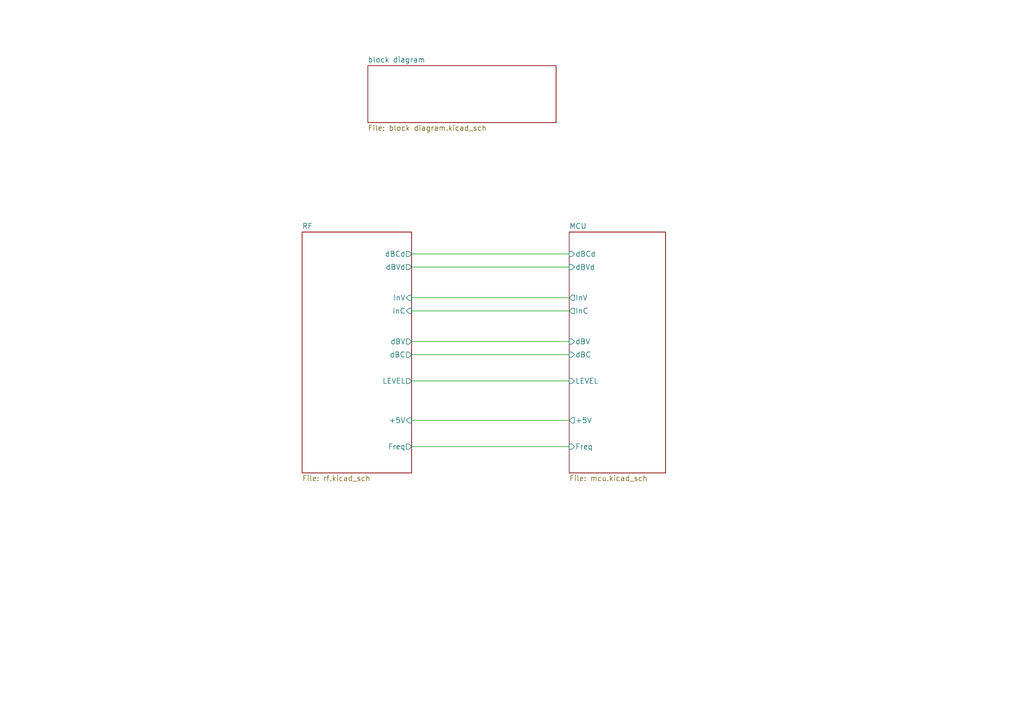
<source format=kicad_sch>
(kicad_sch
	(version 20250114)
	(generator "eeschema")
	(generator_version "9.0")
	(uuid "2cb5ca08-85cf-4c9a-9869-30a88d168464")
	(paper "A4")
	(lib_symbols)
	(wire
		(pts
			(xy 119.38 102.87) (xy 165.1 102.87)
		)
		(stroke
			(width 0)
			(type default)
		)
		(uuid "0c349ce5-9937-4ffe-a998-01a9387b55a8")
	)
	(wire
		(pts
			(xy 165.1 121.92) (xy 119.38 121.92)
		)
		(stroke
			(width 0)
			(type default)
		)
		(uuid "2953b59f-b7fc-47ed-93e7-bad5d89e8c4c")
	)
	(wire
		(pts
			(xy 119.38 73.66) (xy 165.1 73.66)
		)
		(stroke
			(width 0)
			(type default)
		)
		(uuid "7ba24b3d-18d8-40c5-a764-f4d34db7f433")
	)
	(wire
		(pts
			(xy 165.1 86.36) (xy 119.38 86.36)
		)
		(stroke
			(width 0)
			(type default)
		)
		(uuid "8dd4a854-fe6a-4bfd-a0d0-69efe0602751")
	)
	(wire
		(pts
			(xy 119.38 77.47) (xy 165.1 77.47)
		)
		(stroke
			(width 0)
			(type default)
		)
		(uuid "be9b4b99-b357-45af-8935-c6043ab889da")
	)
	(wire
		(pts
			(xy 119.38 99.06) (xy 165.1 99.06)
		)
		(stroke
			(width 0)
			(type default)
		)
		(uuid "d1f42429-1015-4712-8418-bc3958862fc0")
	)
	(wire
		(pts
			(xy 119.38 90.17) (xy 165.1 90.17)
		)
		(stroke
			(width 0)
			(type default)
		)
		(uuid "dc2e244d-5ba3-4a8c-af02-b419eda572f8")
	)
	(wire
		(pts
			(xy 119.38 110.49) (xy 165.1 110.49)
		)
		(stroke
			(width 0)
			(type default)
		)
		(uuid "e60166e5-6235-4b4b-ac2b-f32909dc8fde")
	)
	(wire
		(pts
			(xy 119.38 129.54) (xy 165.1 129.54)
		)
		(stroke
			(width 0)
			(type default)
		)
		(uuid "f6993d6f-f2a7-4f8c-9318-d54ece56f3df")
	)
	(sheet
		(at 165.1 67.31)
		(size 27.94 69.85)
		(exclude_from_sim no)
		(in_bom yes)
		(on_board yes)
		(dnp no)
		(fields_autoplaced yes)
		(stroke
			(width 0)
			(type solid)
		)
		(fill
			(color 0 0 0 0.0000)
		)
		(uuid "00000000-0000-0000-0000-000055199a2c")
		(property "Sheetname" "MCU"
			(at 165.1 66.4714 0)
			(effects
				(font
					(size 1.524 1.524)
				)
				(justify left bottom)
			)
		)
		(property "Sheetfile" "mcu.kicad_sch"
			(at 165.1 137.8462 0)
			(effects
				(font
					(size 1.524 1.524)
				)
				(justify left top)
			)
		)
		(pin "+5V" output
			(at 165.1 121.92 180)
			(uuid "0972e12a-0b54-4cff-9ff8-c7ca56b00075")
			(effects
				(font
					(size 1.524 1.524)
				)
				(justify left)
			)
		)
		(pin "dBV" input
			(at 165.1 99.06 180)
			(uuid "c374b011-b473-4d24-929f-de3454926b27")
			(effects
				(font
					(size 1.524 1.524)
				)
				(justify left)
			)
		)
		(pin "dBC" input
			(at 165.1 102.87 180)
			(uuid "748a6466-43c8-4fe2-92ea-d80d851f0aeb")
			(effects
				(font
					(size 1.524 1.524)
				)
				(justify left)
			)
		)
		(pin "InV" output
			(at 165.1 86.36 180)
			(uuid "850cee9c-186f-4bdb-8548-0713eed6ebdf")
			(effects
				(font
					(size 1.524 1.524)
				)
				(justify left)
			)
		)
		(pin "InC" output
			(at 165.1 90.17 180)
			(uuid "fd358ca4-bc1d-48a8-8c19-01bc0791a42d")
			(effects
				(font
					(size 1.524 1.524)
				)
				(justify left)
			)
		)
		(pin "dBVd" input
			(at 165.1 77.47 180)
			(uuid "2453f894-9cae-4f40-9c24-f6185d170965")
			(effects
				(font
					(size 1.524 1.524)
				)
				(justify left)
			)
		)
		(pin "dBCd" input
			(at 165.1 73.66 180)
			(uuid "fcba18ce-3a9e-4630-b143-2b95133ce4b7")
			(effects
				(font
					(size 1.524 1.524)
				)
				(justify left)
			)
		)
		(pin "LEVEL" input
			(at 165.1 110.49 180)
			(uuid "7e8254ad-145c-4c0a-b298-e5f5a551263c")
			(effects
				(font
					(size 1.524 1.524)
				)
				(justify left)
			)
		)
		(pin "Freq" input
			(at 165.1 129.54 180)
			(uuid "07e5f3cc-9aad-44fa-9464-d782d31dbb26")
			(effects
				(font
					(size 1.524 1.524)
				)
				(justify left)
			)
		)
		(instances
			(project "det-mcu"
				(path "/2cb5ca08-85cf-4c9a-9869-30a88d168464"
					(page "4")
				)
			)
		)
	)
	(sheet
		(at 87.63 67.31)
		(size 31.75 69.85)
		(exclude_from_sim no)
		(in_bom yes)
		(on_board yes)
		(dnp no)
		(fields_autoplaced yes)
		(stroke
			(width 0)
			(type solid)
		)
		(fill
			(color 0 0 0 0.0000)
		)
		(uuid "00000000-0000-0000-0000-000055199a56")
		(property "Sheetname" "RF"
			(at 87.63 66.4714 0)
			(effects
				(font
					(size 1.524 1.524)
				)
				(justify left bottom)
			)
		)
		(property "Sheetfile" "rf.kicad_sch"
			(at 87.63 137.8462 0)
			(effects
				(font
					(size 1.524 1.524)
				)
				(justify left top)
			)
		)
		(pin "InV" input
			(at 119.38 86.36 0)
			(uuid "1bd03ace-0726-48da-9ae3-2adb24db8044")
			(effects
				(font
					(size 1.524 1.524)
				)
				(justify right)
			)
		)
		(pin "InC" input
			(at 119.38 90.17 0)
			(uuid "370ef278-5204-4d23-8a55-0dcb2de6d6e7")
			(effects
				(font
					(size 1.524 1.524)
				)
				(justify right)
			)
		)
		(pin "Freq" output
			(at 119.38 129.54 0)
			(uuid "84e1b774-3199-4847-8726-7afcb08aa4cb")
			(effects
				(font
					(size 1.524 1.524)
				)
				(justify right)
			)
		)
		(pin "dBV" output
			(at 119.38 99.06 0)
			(uuid "4114d5f7-40ca-4c82-970b-82a41a996e40")
			(effects
				(font
					(size 1.524 1.524)
				)
				(justify right)
			)
		)
		(pin "dBC" output
			(at 119.38 102.87 0)
			(uuid "bb0c9fa9-5b22-4b6e-a8b4-a0f5f6305514")
			(effects
				(font
					(size 1.524 1.524)
				)
				(justify right)
			)
		)
		(pin "+5V" input
			(at 119.38 121.92 0)
			(uuid "209e31b0-01be-41e9-af0c-1e127c91ed92")
			(effects
				(font
					(size 1.524 1.524)
				)
				(justify right)
			)
		)
		(pin "dBVd" output
			(at 119.38 77.47 0)
			(uuid "b8da3ee1-d8a7-4f3f-9387-146b71b03c00")
			(effects
				(font
					(size 1.524 1.524)
				)
				(justify right)
			)
		)
		(pin "dBCd" output
			(at 119.38 73.66 0)
			(uuid "c920f9c4-edbc-4d97-bd1d-d14e3de8ca4b")
			(effects
				(font
					(size 1.524 1.524)
				)
				(justify right)
			)
		)
		(pin "LEVEL" output
			(at 119.38 110.49 0)
			(uuid "51413e06-c2d5-45cf-90ea-b13164fce5f0")
			(effects
				(font
					(size 1.524 1.524)
				)
				(justify right)
			)
		)
		(instances
			(project "det-mcu"
				(path "/2cb5ca08-85cf-4c9a-9869-30a88d168464"
					(page "2")
				)
			)
		)
	)
	(sheet
		(at 106.68 19.05)
		(size 54.61 16.51)
		(exclude_from_sim no)
		(in_bom yes)
		(on_board yes)
		(dnp no)
		(fields_autoplaced yes)
		(stroke
			(width 0)
			(type solid)
		)
		(fill
			(color 0 0 0 0.0000)
		)
		(uuid "00000000-0000-0000-0000-00005571e2a3")
		(property "Sheetname" "block diagram"
			(at 106.68 18.2114 0)
			(effects
				(font
					(size 1.524 1.524)
				)
				(justify left bottom)
			)
		)
		(property "Sheetfile" "block diagram.kicad_sch"
			(at 106.68 36.2462 0)
			(effects
				(font
					(size 1.524 1.524)
				)
				(justify left top)
			)
		)
		(instances
			(project "det-mcu"
				(path "/2cb5ca08-85cf-4c9a-9869-30a88d168464"
					(page "3")
				)
			)
		)
	)
	(sheet_instances
		(path "/"
			(page "1")
		)
	)
	(embedded_fonts no)
)

</source>
